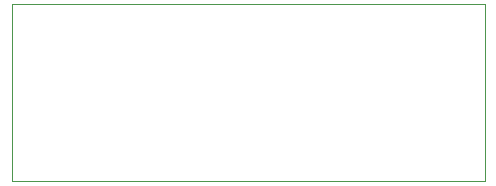
<source format=gbr>
G04 #@! TF.GenerationSoftware,KiCad,Pcbnew,(5.1.6)-1*
G04 #@! TF.CreationDate,2020-09-01T21:00:33-07:00*
G04 #@! TF.ProjectId,MiniDAQ,4d696e69-4441-4512-9e6b-696361645f70,rev?*
G04 #@! TF.SameCoordinates,Original*
G04 #@! TF.FileFunction,Profile,NP*
%FSLAX46Y46*%
G04 Gerber Fmt 4.6, Leading zero omitted, Abs format (unit mm)*
G04 Created by KiCad (PCBNEW (5.1.6)-1) date 2020-09-01 21:00:33*
%MOMM*%
%LPD*%
G01*
G04 APERTURE LIST*
G04 #@! TA.AperFunction,Profile*
%ADD10C,0.050000*%
G04 #@! TD*
G04 APERTURE END LIST*
D10*
X125000000Y-110000000D02*
X85000000Y-110000000D01*
X125000000Y-125000000D02*
X125000000Y-110000000D01*
X85000000Y-125000000D02*
X125000000Y-125000000D01*
X85000000Y-110000000D02*
X85000000Y-125000000D01*
M02*

</source>
